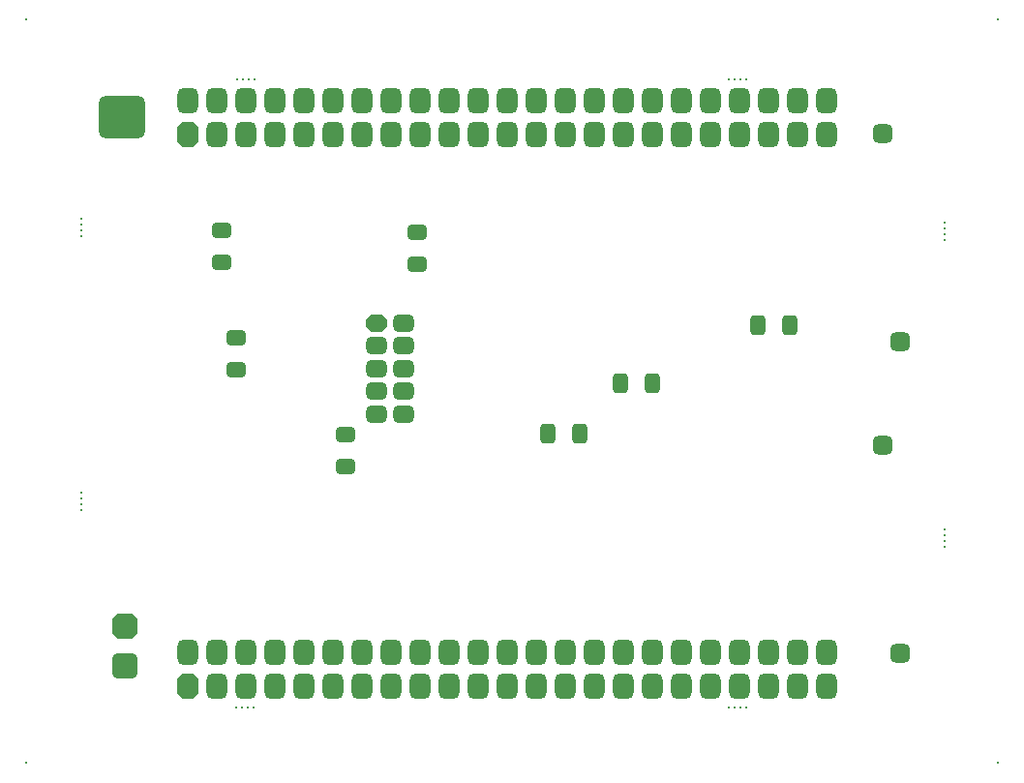
<source format=gbr>
%TF.GenerationSoftware,Altium Limited,Altium Designer,25.3.3 (18)*%
G04 Layer_Color=16711935*
%FSLAX45Y45*%
%MOMM*%
%TF.SameCoordinates,95E4F6BA-DA47-4B25-BB43-2529A7C35442*%
%TF.FilePolarity,Negative*%
%TF.FileFunction,Soldermask,Bot*%
%TF.Part,CustomerPanel*%
G01*
G75*
%TA.AperFunction,SMDPad,CuDef*%
G04:AMPARAMS|DCode=97|XSize=1.73mm|YSize=1.33mm|CornerRadius=0.3525mm|HoleSize=0mm|Usage=FLASHONLY|Rotation=0.000|XOffset=0mm|YOffset=0mm|HoleType=Round|Shape=RoundedRectangle|*
%AMROUNDEDRECTD97*
21,1,1.73000,0.62500,0,0,0.0*
21,1,1.02500,1.33000,0,0,0.0*
1,1,0.70500,0.51250,-0.31250*
1,1,0.70500,-0.51250,-0.31250*
1,1,0.70500,-0.51250,0.31250*
1,1,0.70500,0.51250,0.31250*
%
%ADD97ROUNDEDRECTD97*%
G04:AMPARAMS|DCode=98|XSize=1.73mm|YSize=1.33mm|CornerRadius=0.3525mm|HoleSize=0mm|Usage=FLASHONLY|Rotation=90.000|XOffset=0mm|YOffset=0mm|HoleType=Round|Shape=RoundedRectangle|*
%AMROUNDEDRECTD98*
21,1,1.73000,0.62500,0,0,90.0*
21,1,1.02500,1.33000,0,0,90.0*
1,1,0.70500,0.31250,0.51250*
1,1,0.70500,0.31250,-0.51250*
1,1,0.70500,-0.31250,-0.51250*
1,1,0.70500,-0.31250,0.51250*
%
%ADD98ROUNDEDRECTD98*%
%TA.AperFunction,WasherPad*%
G04:AMPARAMS|DCode=99|XSize=0.2032mm|YSize=0.2032mm|CornerRadius=0mm|HoleSize=0mm|Usage=FLASHONLY|Rotation=270.000|XOffset=0mm|YOffset=0mm|HoleType=Round|Shape=RoundedRectangle|*
%AMROUNDEDRECTD99*
21,1,0.20320,0.20320,0,0,270.0*
21,1,0.20320,0.20320,0,0,270.0*
1,1,0.00000,-0.10160,-0.10160*
1,1,0.00000,-0.10160,0.10160*
1,1,0.00000,0.10160,0.10160*
1,1,0.00000,0.10160,-0.10160*
%
%ADD99ROUNDEDRECTD99*%
G04:AMPARAMS|DCode=100|XSize=0.2032mm|YSize=0.2032mm|CornerRadius=0mm|HoleSize=0mm|Usage=FLASHONLY|Rotation=0.000|XOffset=0mm|YOffset=0mm|HoleType=Round|Shape=RoundedRectangle|*
%AMROUNDEDRECTD100*
21,1,0.20320,0.20320,0,0,0.0*
21,1,0.20320,0.20320,0,0,0.0*
1,1,0.00000,0.10160,-0.10160*
1,1,0.00000,-0.10160,-0.10160*
1,1,0.00000,-0.10160,0.10160*
1,1,0.00000,0.10160,0.10160*
%
%ADD100ROUNDEDRECTD100*%
%TA.AperFunction,ComponentPad*%
G04:AMPARAMS|DCode=101|XSize=1.63mm|YSize=1.68mm|CornerRadius=0.4275mm|HoleSize=0mm|Usage=FLASHONLY|Rotation=270.000|XOffset=0mm|YOffset=0mm|HoleType=Round|Shape=RoundedRectangle|*
%AMROUNDEDRECTD101*
21,1,1.63000,0.82500,0,0,270.0*
21,1,0.77500,1.68000,0,0,270.0*
1,1,0.85500,-0.41250,-0.38750*
1,1,0.85500,-0.41250,0.38750*
1,1,0.85500,0.41250,0.38750*
1,1,0.85500,0.41250,-0.38750*
%
%ADD101ROUNDEDRECTD101*%
G04:AMPARAMS|DCode=102|XSize=1.78mm|YSize=2.18mm|CornerRadius=0mm|HoleSize=0mm|Usage=FLASHONLY|Rotation=0.000|XOffset=0mm|YOffset=0mm|HoleType=Round|Shape=Octagon|*
%AMOCTAGOND102*
4,1,8,-0.44500,1.09000,0.44500,1.09000,0.89000,0.64500,0.89000,-0.64500,0.44500,-1.09000,-0.44500,-1.09000,-0.89000,-0.64500,-0.89000,0.64500,-0.44500,1.09000,0.0*
%
%ADD102OCTAGOND102*%

G04:AMPARAMS|DCode=103|XSize=1.78mm|YSize=2.18mm|CornerRadius=0.465mm|HoleSize=0mm|Usage=FLASHONLY|Rotation=0.000|XOffset=0mm|YOffset=0mm|HoleType=Round|Shape=RoundedRectangle|*
%AMROUNDEDRECTD103*
21,1,1.78000,1.25001,0,0,0.0*
21,1,0.85000,2.18000,0,0,0.0*
1,1,0.93000,0.42500,-0.62500*
1,1,0.93000,-0.42500,-0.62500*
1,1,0.93000,-0.42500,0.62500*
1,1,0.93000,0.42500,0.62500*
%
%ADD103ROUNDEDRECTD103*%
G04:AMPARAMS|DCode=104|XSize=1.48mm|YSize=1.78mm|CornerRadius=0.39mm|HoleSize=0mm|Usage=FLASHONLY|Rotation=270.000|XOffset=0mm|YOffset=0mm|HoleType=Round|Shape=RoundedRectangle|*
%AMROUNDEDRECTD104*
21,1,1.48000,1.00000,0,0,270.0*
21,1,0.70000,1.78000,0,0,270.0*
1,1,0.78000,-0.50000,-0.35000*
1,1,0.78000,-0.50000,0.35000*
1,1,0.78000,0.50000,0.35000*
1,1,0.78000,0.50000,-0.35000*
%
%ADD104ROUNDEDRECTD104*%
G04:AMPARAMS|DCode=105|XSize=1.48mm|YSize=1.78mm|CornerRadius=0mm|HoleSize=0mm|Usage=FLASHONLY|Rotation=270.000|XOffset=0mm|YOffset=0mm|HoleType=Round|Shape=Octagon|*
%AMOCTAGOND105*
4,1,8,0.89000,0.37000,0.89000,-0.37000,0.52000,-0.74000,-0.52000,-0.74000,-0.89000,-0.37000,-0.89000,0.37000,-0.52000,0.74000,0.52000,0.74000,0.89000,0.37000,0.0*
%
%ADD105OCTAGOND105*%

G04:AMPARAMS|DCode=106|XSize=4.08mm|YSize=3.68mm|CornerRadius=0.58mm|HoleSize=0mm|Usage=FLASHONLY|Rotation=0.000|XOffset=0mm|YOffset=0mm|HoleType=Round|Shape=RoundedRectangle|*
%AMROUNDEDRECTD106*
21,1,4.08000,2.52000,0,0,0.0*
21,1,2.92000,3.68000,0,0,0.0*
1,1,1.16000,1.46000,-1.26000*
1,1,1.16000,-1.46000,-1.26000*
1,1,1.16000,-1.46000,1.26000*
1,1,1.16000,1.46000,1.26000*
%
%ADD106ROUNDEDRECTD106*%
G04:AMPARAMS|DCode=107|XSize=2.28mm|YSize=2.28mm|CornerRadius=0.59mm|HoleSize=0mm|Usage=FLASHONLY|Rotation=270.000|XOffset=0mm|YOffset=0mm|HoleType=Round|Shape=RoundedRectangle|*
%AMROUNDEDRECTD107*
21,1,2.28000,1.10000,0,0,270.0*
21,1,1.10000,2.28000,0,0,270.0*
1,1,1.18000,-0.55000,-0.55000*
1,1,1.18000,-0.55000,0.55000*
1,1,1.18000,0.55000,0.55000*
1,1,1.18000,0.55000,-0.55000*
%
%ADD107ROUNDEDRECTD107*%
G04:AMPARAMS|DCode=108|XSize=2.28mm|YSize=2.28mm|CornerRadius=0mm|HoleSize=0mm|Usage=FLASHONLY|Rotation=270.000|XOffset=0mm|YOffset=0mm|HoleType=Round|Shape=Octagon|*
%AMOCTAGOND108*
4,1,8,-0.57000,-1.14000,0.57000,-1.14000,1.14000,-0.57000,1.14000,0.57000,0.57000,1.14000,-0.57000,1.14000,-1.14000,0.57000,-1.14000,-0.57000,-0.57000,-1.14000,0.0*
%
%ADD108OCTAGOND108*%

D97*
X3920472Y4862450D02*
D03*
Y5142450D02*
D03*
X2342400Y4220000D02*
D03*
Y3940000D02*
D03*
X2212400Y5160000D02*
D03*
Y4880000D02*
D03*
X3292400Y3370000D02*
D03*
Y3090000D02*
D03*
D98*
X5342400Y3380000D02*
D03*
X5062400D02*
D03*
X7182400Y4330000D02*
D03*
X6902400D02*
D03*
X5702400Y3820000D02*
D03*
X5982400D02*
D03*
D99*
X981389Y5159417D02*
D03*
Y5209417D02*
D03*
Y5259417D02*
D03*
Y5109417D02*
D03*
Y2759417D02*
D03*
Y2809417D02*
D03*
Y2859417D02*
D03*
Y2709416D02*
D03*
X8538611Y2490583D02*
D03*
Y2440583D02*
D03*
Y2390583D02*
D03*
Y2540583D02*
D03*
Y5170583D02*
D03*
Y5120583D02*
D03*
Y5070583D02*
D03*
Y5220583D02*
D03*
D100*
X2440583Y981389D02*
D03*
X2390583D02*
D03*
X2340583D02*
D03*
X2490583D02*
D03*
X6750583D02*
D03*
X6700583D02*
D03*
X6650583D02*
D03*
X6800583D02*
D03*
X6699417Y6478611D02*
D03*
X6749417D02*
D03*
X6799417D02*
D03*
X6649416D02*
D03*
X2349417D02*
D03*
X2499417D02*
D03*
X2449417D02*
D03*
X2399417D02*
D03*
X9000000Y7000000D02*
D03*
X500000Y500000D02*
D03*
Y7000000D02*
D03*
X9000000Y500000D02*
D03*
D101*
X7995400Y3275000D02*
D03*
X8145400Y1455000D02*
D03*
X7995400Y6005000D02*
D03*
X8145400Y4185000D02*
D03*
D102*
X1914400Y1170500D02*
D03*
Y5996500D02*
D03*
D103*
X2168400Y1170500D02*
D03*
X2422400D02*
D03*
X2676400D02*
D03*
X2930400D02*
D03*
X3184400D02*
D03*
X3438400D02*
D03*
X3692400D02*
D03*
X3946400D02*
D03*
X4200400D02*
D03*
X4454400D02*
D03*
X4708400D02*
D03*
X4962400D02*
D03*
X5216400D02*
D03*
X5470400D02*
D03*
X5724400D02*
D03*
X5978400D02*
D03*
X6232400D02*
D03*
X6486400D02*
D03*
X6740400D02*
D03*
X6994400D02*
D03*
X7248400D02*
D03*
X7502400D02*
D03*
X1914400Y1464500D02*
D03*
X2168400D02*
D03*
X2422400D02*
D03*
X2676400D02*
D03*
X2930400D02*
D03*
X3184400D02*
D03*
X3438400D02*
D03*
X3692400D02*
D03*
X3946400D02*
D03*
X4200400D02*
D03*
X4454400D02*
D03*
X4708400D02*
D03*
X4962400D02*
D03*
X5216400D02*
D03*
X5470400D02*
D03*
X5724400D02*
D03*
X5978400D02*
D03*
X6232400D02*
D03*
X6486400D02*
D03*
X6740400D02*
D03*
X6994400D02*
D03*
X7248400D02*
D03*
X7502400D02*
D03*
X2168400Y5996500D02*
D03*
X2422400D02*
D03*
X2676400D02*
D03*
X2930400D02*
D03*
X3184400D02*
D03*
X3438400D02*
D03*
X3692400D02*
D03*
X3946400D02*
D03*
X4200400D02*
D03*
X4454400D02*
D03*
X4708400D02*
D03*
X4962400D02*
D03*
X5216400D02*
D03*
X5470400D02*
D03*
X5724400D02*
D03*
X5978400D02*
D03*
X6232400D02*
D03*
X6486400D02*
D03*
X6740400D02*
D03*
X6994400D02*
D03*
X7248400D02*
D03*
X7502400D02*
D03*
X1914400Y6290500D02*
D03*
X2168400D02*
D03*
X2422400D02*
D03*
X2676400D02*
D03*
X2930400D02*
D03*
X3184400D02*
D03*
X3438400D02*
D03*
X3692400D02*
D03*
X3946400D02*
D03*
X4200400D02*
D03*
X4454400D02*
D03*
X4708400D02*
D03*
X4962400D02*
D03*
X5216400D02*
D03*
X5470400D02*
D03*
X5724400D02*
D03*
X5978400D02*
D03*
X6232400D02*
D03*
X6486400D02*
D03*
X6740400D02*
D03*
X6994400D02*
D03*
X7248400D02*
D03*
X7502400D02*
D03*
D104*
X3802400Y3548000D02*
D03*
Y3748000D02*
D03*
Y3948000D02*
D03*
Y4148000D02*
D03*
Y4348000D02*
D03*
X3562400Y3548000D02*
D03*
Y3748000D02*
D03*
Y3948000D02*
D03*
Y4148000D02*
D03*
D105*
Y4348000D02*
D03*
D106*
X1342900Y6143500D02*
D03*
D107*
X1362400Y1345000D02*
D03*
D108*
Y1695000D02*
D03*
%TF.MD5,01f5498f9e24f196a2f8e81e05f3fc12*%
M02*

</source>
